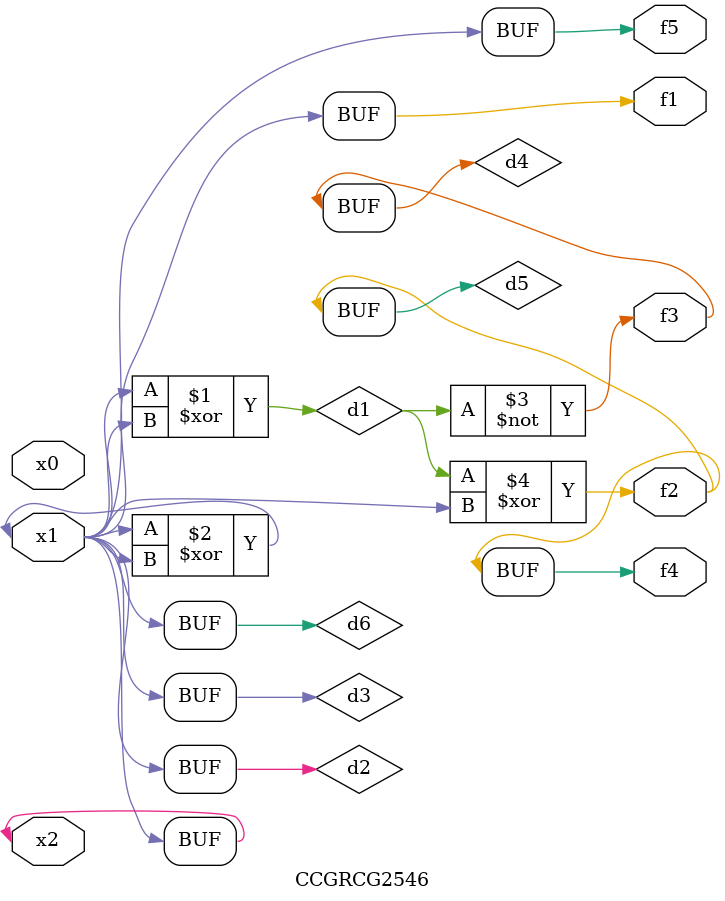
<source format=v>
module CCGRCG2546(
	input x0, x1, x2,
	output f1, f2, f3, f4, f5
);

	wire d1, d2, d3, d4, d5, d6;

	xor (d1, x1, x2);
	buf (d2, x1, x2);
	xor (d3, x1, x2);
	nor (d4, d1);
	xor (d5, d1, d2);
	buf (d6, d2, d3);
	assign f1 = d6;
	assign f2 = d5;
	assign f3 = d4;
	assign f4 = d5;
	assign f5 = d6;
endmodule

</source>
